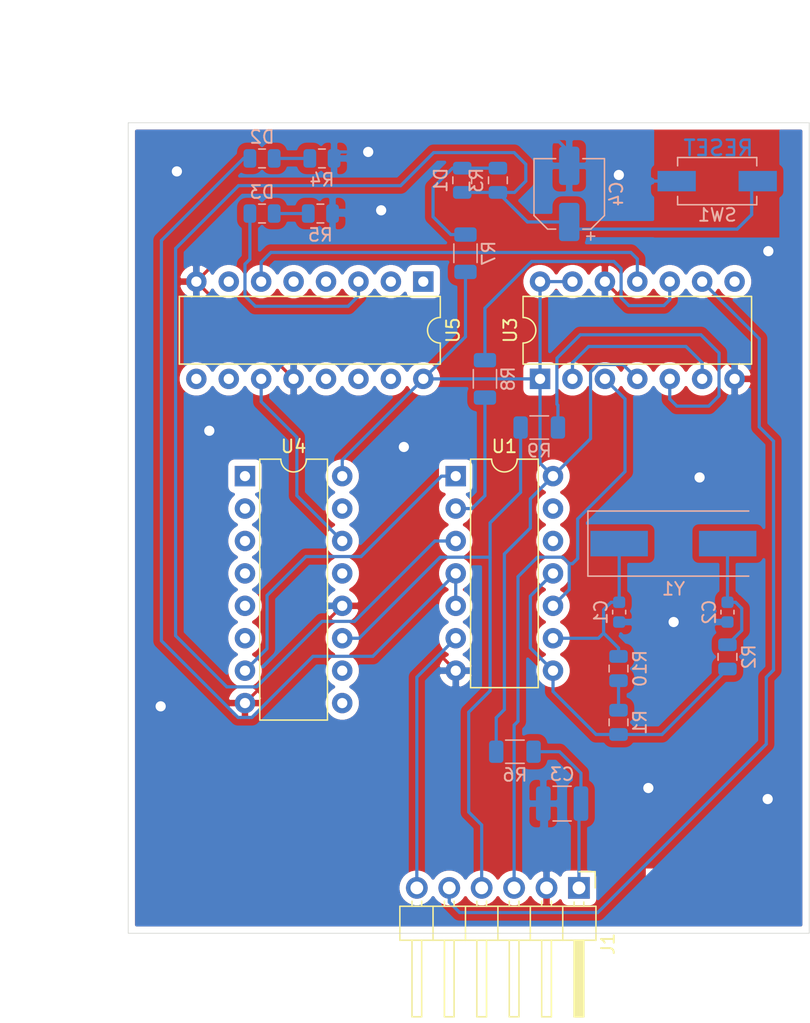
<source format=kicad_pcb>
(kicad_pcb (version 20171130) (host pcbnew "(5.1.7)-1")
  (layers (0 F.Cu signal) (31 B.Cu signal) (34 B.Paste user) (35 F.Paste user) (36 B.SilkS user) (37 F.SilkS user) (38 B.Mask user) (39 F.Mask user) (44 Edge.Cuts user))
  (net 0 "")
  (net 1 GND)
  (net 2 "Net-(C1-Pad1)")
  (net 3 "Net-(C2-Pad1)")
  (net 4 +5V)
  (net 5 "Net-(C4-Pad1)")
  (net 6 "Net-(D2-Pad2)")
  (net 7 "Net-(D2-Pad1)")
  (net 8 "Net-(D3-Pad1)")
  (net 9 "Net-(D3-Pad2)")
  (net 10 /CLK)
  (net 11 /CLK2)
  (net 12 /~INT)
  (net 13 /~RESET)
  (net 14 "Net-(R1-Pad1)")
  (net 15 "Net-(U3-Pad2)")
  (net 16 "Net-(U3-Pad11)")
  (net 17 "Net-(U4-Pad14)")
  (net 18 "Net-(U1-Pad1)")
  (net 19 /INT_SET)
  (net 20 "Net-(R1-Pad2)")
  (module Button_Switch_SMD:SW_SPST_EVQPE1 (layer B.Cu) (at 175.674 84.582)
    (fp_text reference SW1 (at 0 2.65) (layer B.SilkS) (effects (justify mirror)))
    (fp_text value SW_MEC_5G)
    (fp_line (start 3.1 1.85) (end 3.1 1.2) (layer B.SilkS) (width 0.12))
    (fp_line (start 3.1 -1.85) (end 3.1 -1.2) (layer B.SilkS) (width 0.12))
    (fp_line (start -3.1 -1.2) (end -3.1 -1.85) (layer B.SilkS) (width 0.12))
    (fp_line (start -3.1 1.85) (end -3.1 1.2) (layer B.SilkS) (width 0.12))
    (fp_line (start 3.1 1.85) (end -3.1 1.85) (layer B.SilkS) (width 0.12))
    (fp_line (start -3.1 -1.85) (end 3.1 -1.85) (layer B.SilkS) (width 0.12))
    (pad 2 smd rect (at 3.175 0) (size 3 1.6) (layers B.Cu B.Paste B.Mask) (net 5 "Net-(C4-Pad1)"))
    (pad 1 smd rect (at -3.175 0) (size 3 1.6) (layers B.Cu B.Paste B.Mask) (net 1 GND))
  )
  (module Capacitor_SMD:CP_Elec_5x3 (layer B.Cu) (at 164.084 85.5824 90)
    (fp_text reference C4 (at 0 3.7 90) (layer B.SilkS) (effects (justify mirror)))
    (fp_text value 50u)
    (fp_line (start 2.76 -2.76) (end 2.76 -1.06) (layer B.SilkS) (width 0.12))
    (fp_line (start 2.76 2.76) (end 2.76 1.06) (layer B.SilkS) (width 0.12))
    (fp_line (start -1.695563 2.76) (end 2.76 2.76) (layer B.SilkS) (width 0.12))
    (fp_line (start -1.695563 -2.76) (end 2.76 -2.76) (layer B.SilkS) (width 0.12))
    (fp_line (start -2.76 -1.695563) (end -2.76 -1.06) (layer B.SilkS) (width 0.12))
    (fp_line (start -2.76 1.695563) (end -2.76 1.06) (layer B.SilkS) (width 0.12))
    (fp_line (start -2.76 1.695563) (end -1.695563 2.76) (layer B.SilkS) (width 0.12))
    (fp_line (start -2.76 -1.695563) (end -1.695563 -2.76) (layer B.SilkS) (width 0.12))
    (fp_line (start -3.625 1.685) (end -3 1.685) (layer B.SilkS) (width 0.12))
    (fp_line (start -3.3125 1.9975) (end -3.3125 1.3725) (layer B.SilkS) (width 0.12))
    (pad 1 smd roundrect (at -2.2 0 90) (size 3 1.6) (layers B.Cu B.Paste B.Mask) (roundrect_rratio 0.15625) (net 5 "Net-(C4-Pad1)"))
    (pad 2 smd roundrect (at 2.2 0 90) (size 3 1.6) (layers B.Cu B.Paste B.Mask) (roundrect_rratio 0.15625) (net 1 GND))
  )
  (module Resistor_SMD:R_1206_3216Metric (layer B.Cu) (at 161.7365 103.886)
    (fp_text reference R9 (at 0 1.82) (layer B.SilkS) (effects (justify mirror)))
    (fp_text value 0R)
    (fp_line (start -0.727064 0.91) (end 0.727064 0.91) (layer B.SilkS) (width 0.12))
    (fp_line (start -0.727064 -0.91) (end 0.727064 -0.91) (layer B.SilkS) (width 0.12))
    (pad 1 smd roundrect (at -1.4625 0) (size 1.125 1.75) (layers B.Cu B.Paste B.Mask) (roundrect_rratio 0.222222) (net 11 /CLK2))
    (pad 2 smd roundrect (at 1.4625 0) (size 1.125 1.75) (layers B.Cu B.Paste B.Mask) (roundrect_rratio 0.222222) (net 11 /CLK2))
  )
  (module Capacitor_SMD:C_0805_2012Metric (layer B.Cu) (at 144.714 82.804)
    (fp_text reference R4 (at 0 1.68) (layer B.SilkS) (effects (justify mirror)))
    (fp_text value 2.2k)
    (fp_line (start -0.261252 0.735) (end 0.261252 0.735) (layer B.SilkS) (width 0.12))
    (fp_line (start -0.261252 -0.735) (end 0.261252 -0.735) (layer B.SilkS) (width 0.12))
    (pad 1 smd roundrect (at -0.95 0) (size 1 1.45) (layers B.Cu B.Paste B.Mask) (net 7 "Net-(D2-Pad1)"))
    (pad 2 smd roundrect (at 0.95 0) (size 1 1.45) (layers B.Cu B.Paste B.Mask) (net 1 GND))
  )
  (module Capacitor_SMD:C_0805_2012Metric (layer B.Cu) (at 140.02 82.804 180)
    (fp_text reference D2 (at 0 1.68) (layer B.SilkS) (effects (justify mirror)))
    (fp_text value LED)
    (fp_line (start -0.261252 -0.735) (end 0.261252 -0.735) (layer B.SilkS) (width 0.12))
    (fp_line (start -0.261252 0.735) (end 0.261252 0.735) (layer B.SilkS) (width 0.12))
    (pad 2 smd roundrect (at 0.95 0 180) (size 1 1.45) (layers B.Cu B.Paste B.Mask) (net 6 "Net-(D2-Pad2)"))
    (pad 1 smd roundrect (at -0.95 0 180) (size 1 1.45) (layers B.Cu B.Paste B.Mask) (net 7 "Net-(D2-Pad1)"))
  )
  (module Package_DIP:DIP-16_W7.62mm (layer F.Cu) (at 138.684 107.696)
    (fp_text reference U4 (at 3.81 -2.33) (layer F.SilkS))
    (fp_text value CD4060)
    (fp_line (start 6.46 -1.33) (end 4.81 -1.33) (layer F.SilkS) (width 0.12))
    (fp_line (start 6.46 19.11) (end 6.46 -1.33) (layer F.SilkS) (width 0.12))
    (fp_line (start 1.16 19.11) (end 6.46 19.11) (layer F.SilkS) (width 0.12))
    (fp_line (start 1.16 -1.33) (end 1.16 19.11) (layer F.SilkS) (width 0.12))
    (fp_line (start 2.81 -1.33) (end 1.16 -1.33) (layer F.SilkS) (width 0.12))
    (fp_arc (start 3.81 -1.33) (end 2.81 -1.33) (angle -180) (layer F.SilkS) (width 0.12))
    (pad 16 thru_hole oval (at 7.62 0) (size 1.6 1.6) (drill 0.8) (layers *.Cu *.Mask) (net 4 +5V))
    (pad 8 thru_hole oval (at 0 17.78) (size 1.6 1.6) (drill 0.8) (layers *.Cu *.Mask) (net 1 GND))
    (pad 15 thru_hole oval (at 7.62 2.54) (size 1.6 1.6) (drill 0.8) (layers *.Cu *.Mask))
    (pad 7 thru_hole oval (at 0 15.24) (size 1.6 1.6) (drill 0.8) (layers *.Cu *.Mask) (net 18 "Net-(U1-Pad1)"))
    (pad 14 thru_hole oval (at 7.62 5.08) (size 1.6 1.6) (drill 0.8) (layers *.Cu *.Mask) (net 17 "Net-(U4-Pad14)"))
    (pad 6 thru_hole oval (at 0 12.7) (size 1.6 1.6) (drill 0.8) (layers *.Cu *.Mask))
    (pad 13 thru_hole oval (at 7.62 7.62) (size 1.6 1.6) (drill 0.8) (layers *.Cu *.Mask))
    (pad 5 thru_hole oval (at 0 10.16) (size 1.6 1.6) (drill 0.8) (layers *.Cu *.Mask))
    (pad 12 thru_hole oval (at 7.62 10.16) (size 1.6 1.6) (drill 0.8) (layers *.Cu *.Mask) (net 1 GND))
    (pad 4 thru_hole oval (at 0 7.62) (size 1.6 1.6) (drill 0.8) (layers *.Cu *.Mask))
    (pad 11 thru_hole oval (at 7.62 12.7) (size 1.6 1.6) (drill 0.8) (layers *.Cu *.Mask) (net 11 /CLK2))
    (pad 3 thru_hole oval (at 0 5.08) (size 1.6 1.6) (drill 0.8) (layers *.Cu *.Mask))
    (pad 10 thru_hole oval (at 7.62 15.24) (size 1.6 1.6) (drill 0.8) (layers *.Cu *.Mask))
    (pad 2 thru_hole oval (at 0 2.54) (size 1.6 1.6) (drill 0.8) (layers *.Cu *.Mask))
    (pad 9 thru_hole oval (at 7.62 17.78) (size 1.6 1.6) (drill 0.8) (layers *.Cu *.Mask))
    (pad 1 thru_hole rect (at 0 0) (size 1.6 1.6) (drill 0.8) (layers *.Cu *.Mask))
  )
  (module Package_DIP:DIP-16_W7.62mm (layer F.Cu) (at 152.654 92.456 270)
    (fp_text reference U5 (at 3.81 -2.33 90) (layer F.SilkS))
    (fp_text value CD4060)
    (fp_line (start 2.81 -1.33) (end 1.16 -1.33) (layer F.SilkS) (width 0.12))
    (fp_line (start 1.16 -1.33) (end 1.16 19.11) (layer F.SilkS) (width 0.12))
    (fp_line (start 1.16 19.11) (end 6.46 19.11) (layer F.SilkS) (width 0.12))
    (fp_line (start 6.46 19.11) (end 6.46 -1.33) (layer F.SilkS) (width 0.12))
    (fp_line (start 6.46 -1.33) (end 4.81 -1.33) (layer F.SilkS) (width 0.12))
    (fp_arc (start 3.81 -1.33) (end 2.81 -1.33) (angle -180) (layer F.SilkS) (width 0.12))
    (pad 1 thru_hole rect (at 0 0 270) (size 1.6 1.6) (drill 0.8) (layers *.Cu *.Mask))
    (pad 9 thru_hole oval (at 7.62 17.78 270) (size 1.6 1.6) (drill 0.8) (layers *.Cu *.Mask))
    (pad 2 thru_hole oval (at 0 2.54 270) (size 1.6 1.6) (drill 0.8) (layers *.Cu *.Mask))
    (pad 10 thru_hole oval (at 7.62 15.24 270) (size 1.6 1.6) (drill 0.8) (layers *.Cu *.Mask))
    (pad 3 thru_hole oval (at 0 5.08 270) (size 1.6 1.6) (drill 0.8) (layers *.Cu *.Mask) (net 9 "Net-(D3-Pad2)"))
    (pad 11 thru_hole oval (at 7.62 12.7 270) (size 1.6 1.6) (drill 0.8) (layers *.Cu *.Mask) (net 17 "Net-(U4-Pad14)"))
    (pad 4 thru_hole oval (at 0 7.62 270) (size 1.6 1.6) (drill 0.8) (layers *.Cu *.Mask))
    (pad 12 thru_hole oval (at 7.62 10.16 270) (size 1.6 1.6) (drill 0.8) (layers *.Cu *.Mask) (net 1 GND))
    (pad 5 thru_hole oval (at 0 10.16 270) (size 1.6 1.6) (drill 0.8) (layers *.Cu *.Mask))
    (pad 13 thru_hole oval (at 7.62 7.62 270) (size 1.6 1.6) (drill 0.8) (layers *.Cu *.Mask))
    (pad 6 thru_hole oval (at 0 12.7 270) (size 1.6 1.6) (drill 0.8) (layers *.Cu *.Mask) (net 16 "Net-(U3-Pad11)"))
    (pad 14 thru_hole oval (at 7.62 5.08 270) (size 1.6 1.6) (drill 0.8) (layers *.Cu *.Mask))
    (pad 7 thru_hole oval (at 0 15.24 270) (size 1.6 1.6) (drill 0.8) (layers *.Cu *.Mask))
    (pad 15 thru_hole oval (at 7.62 2.54 270) (size 1.6 1.6) (drill 0.8) (layers *.Cu *.Mask))
    (pad 8 thru_hole oval (at 0 17.78 270) (size 1.6 1.6) (drill 0.8) (layers *.Cu *.Mask) (net 1 GND))
    (pad 16 thru_hole oval (at 7.62 0 270) (size 1.6 1.6) (drill 0.8) (layers *.Cu *.Mask) (net 4 +5V))
  )
  (module Capacitor_SMD:C_0603_1608Metric (layer B.Cu) (at 167.9956 118.351 270)
    (fp_text reference C1 (at 0 1.43 90) (layer B.SilkS) (effects (justify mirror)))
    (fp_text value 22p)
    (fp_line (start -0.14058 -0.51) (end 0.14058 -0.51) (layer B.SilkS) (width 0.12))
    (fp_line (start -0.14058 0.51) (end 0.14058 0.51) (layer B.SilkS) (width 0.12))
    (pad 2 smd roundrect (at 0.775 0 270) (size 0.9 0.95) (layers B.Cu B.Paste B.Mask) (net 1 GND))
    (pad 1 smd roundrect (at -0.775 0 270) (size 0.9 0.95) (layers B.Cu B.Paste B.Mask) (net 2 "Net-(C1-Pad1)"))
  )
  (module Capacitor_SMD:C_0603_1608Metric (layer B.Cu) (at 176.4792 118.351 270)
    (fp_text reference C2 (at 0 1.43 90) (layer B.SilkS) (effects (justify mirror)))
    (fp_text value 22p)
    (fp_line (start -0.14058 0.51) (end 0.14058 0.51) (layer B.SilkS) (width 0.12))
    (fp_line (start -0.14058 -0.51) (end 0.14058 -0.51) (layer B.SilkS) (width 0.12))
    (pad 1 smd roundrect (at -0.775 0 270) (size 0.9 0.95) (layers B.Cu B.Paste B.Mask) (net 3 "Net-(C2-Pad1)"))
    (pad 2 smd roundrect (at 0.775 0 270) (size 0.9 0.95) (layers B.Cu B.Paste B.Mask) (net 1 GND))
  )
  (module Capacitor_SMD:C_1210_3225Metric (layer B.Cu) (at 163.527 133.35 180)
    (fp_text reference C3 (at 0 2.3) (layer B.SilkS) (effects (justify mirror)))
    (fp_text value CP)
    (fp_line (start -0.711252 1.36) (end 0.711252 1.36) (layer B.SilkS) (width 0.12))
    (fp_line (start -0.711252 -1.36) (end 0.711252 -1.36) (layer B.SilkS) (width 0.12))
    (pad 1 smd roundrect (at -1.475 0 180) (size 1.15 2.7) (layers B.Cu B.Paste B.Mask) (roundrect_rratio 0.217391) (net 4 +5V))
    (pad 2 smd roundrect (at 1.475 0 180) (size 1.15 2.7) (layers B.Cu B.Paste B.Mask) (roundrect_rratio 0.217391) (net 1 GND))
  )
  (module Capacitor_SMD:C_0805_2012Metric (layer B.Cu) (at 155.702 84.516 270)
    (fp_text reference D1 (at 0 1.68 90) (layer B.SilkS) (effects (justify mirror)))
    (fp_text value D)
    (fp_line (start -0.261252 0.735) (end 0.261252 0.735) (layer B.SilkS) (width 0.12))
    (fp_line (start -0.261252 -0.735) (end 0.261252 -0.735) (layer B.SilkS) (width 0.12))
    (pad 1 smd roundrect (at -0.95 0 270) (size 1 1.45) (layers B.Cu B.Paste B.Mask) (net 4 +5V))
    (pad 2 smd roundrect (at 0.95 0 270) (size 1 1.45) (layers B.Cu B.Paste B.Mask) (net 5 "Net-(C4-Pad1)"))
  )
  (module Capacitor_SMD:C_0805_2012Metric (layer B.Cu) (at 140.02 87.122 180)
    (fp_text reference D3 (at 0 1.68) (layer B.SilkS) (effects (justify mirror)))
    (fp_text value LED)
    (fp_line (start -0.261252 0.735) (end 0.261252 0.735) (layer B.SilkS) (width 0.12))
    (fp_line (start -0.261252 -0.735) (end 0.261252 -0.735) (layer B.SilkS) (width 0.12))
    (pad 1 smd roundrect (at -0.95 0 180) (size 1 1.45) (layers B.Cu B.Paste B.Mask) (net 8 "Net-(D3-Pad1)"))
    (pad 2 smd roundrect (at 0.95 0 180) (size 1 1.45) (layers B.Cu B.Paste B.Mask) (net 9 "Net-(D3-Pad2)"))
  )
  (module Capacitor_SMD:C_0805_2012Metric (layer B.Cu) (at 167.9448 126.9848 90)
    (fp_text reference R1 (at 0 1.68 90) (layer B.SilkS) (effects (justify mirror)))
    (fp_text value 1M)
    (fp_line (start -0.261252 -0.735) (end 0.261252 -0.735) (layer B.SilkS) (width 0.12))
    (fp_line (start -0.261252 0.735) (end 0.261252 0.735) (layer B.SilkS) (width 0.12))
    (pad 2 smd roundrect (at 0.95 0 90) (size 1 1.45) (layers B.Cu B.Paste B.Mask) (net 20 "Net-(R1-Pad2)"))
    (pad 1 smd roundrect (at -0.95 0 90) (size 1 1.45) (layers B.Cu B.Paste B.Mask) (net 14 "Net-(R1-Pad1)"))
  )
  (module Capacitor_SMD:C_0805_2012Metric (layer B.Cu) (at 176.4792 121.854 90)
    (fp_text reference R2 (at 0 1.68 90) (layer B.SilkS) (effects (justify mirror)))
    (fp_text value R)
    (fp_line (start -0.261252 0.735) (end 0.261252 0.735) (layer B.SilkS) (width 0.12))
    (fp_line (start -0.261252 -0.735) (end 0.261252 -0.735) (layer B.SilkS) (width 0.12))
    (pad 1 smd roundrect (at -0.95 0 90) (size 1 1.45) (layers B.Cu B.Paste B.Mask) (net 14 "Net-(R1-Pad1)"))
    (pad 2 smd roundrect (at 0.95 0 90) (size 1 1.45) (layers B.Cu B.Paste B.Mask) (net 3 "Net-(C2-Pad1)"))
  )
  (module Capacitor_SMD:C_0805_2012Metric (layer B.Cu) (at 158.496 84.516 270)
    (fp_text reference R3 (at 0 1.68 90) (layer B.SilkS) (effects (justify mirror)))
    (fp_text value 100k)
    (fp_line (start -0.261252 -0.735) (end 0.261252 -0.735) (layer B.SilkS) (width 0.12))
    (fp_line (start -0.261252 0.735) (end 0.261252 0.735) (layer B.SilkS) (width 0.12))
    (pad 2 smd roundrect (at 0.95 0 270) (size 1 1.45) (layers B.Cu B.Paste B.Mask) (net 5 "Net-(C4-Pad1)"))
    (pad 1 smd roundrect (at -0.95 0 270) (size 1 1.45) (layers B.Cu B.Paste B.Mask) (net 4 +5V))
  )
  (module Capacitor_SMD:C_0805_2012Metric (layer B.Cu) (at 144.592 87.122)
    (fp_text reference R5 (at 0 1.68) (layer B.SilkS) (effects (justify mirror)))
    (fp_text value 2.2k)
    (fp_line (start -0.261252 -0.735) (end 0.261252 -0.735) (layer B.SilkS) (width 0.12))
    (fp_line (start -0.261252 0.735) (end 0.261252 0.735) (layer B.SilkS) (width 0.12))
    (pad 2 smd roundrect (at 0.95 0) (size 1 1.45) (layers B.Cu B.Paste B.Mask) (net 1 GND))
    (pad 1 smd roundrect (at -0.95 0) (size 1 1.45) (layers B.Cu B.Paste B.Mask) (net 8 "Net-(D3-Pad1)"))
  )
  (module Package_DIP:DIP-14_W7.62mm (layer F.Cu) (at 155.194 107.696)
    (fp_text reference U1 (at 3.81 -2.33) (layer F.SilkS))
    (fp_text value 74HC14)
    (fp_line (start 6.46 -1.33) (end 4.81 -1.33) (layer F.SilkS) (width 0.12))
    (fp_line (start 6.46 16.57) (end 6.46 -1.33) (layer F.SilkS) (width 0.12))
    (fp_line (start 1.16 16.57) (end 6.46 16.57) (layer F.SilkS) (width 0.12))
    (fp_line (start 1.16 -1.33) (end 1.16 16.57) (layer F.SilkS) (width 0.12))
    (fp_line (start 2.81 -1.33) (end 1.16 -1.33) (layer F.SilkS) (width 0.12))
    (fp_arc (start 3.81 -1.33) (end 2.81 -1.33) (angle -180) (layer F.SilkS) (width 0.12))
    (pad 14 thru_hole oval (at 7.62 0) (size 1.6 1.6) (drill 0.8) (layers *.Cu *.Mask) (net 4 +5V))
    (pad 7 thru_hole oval (at 0 15.24) (size 1.6 1.6) (drill 0.8) (layers *.Cu *.Mask) (net 1 GND))
    (pad 13 thru_hole oval (at 7.62 2.54) (size 1.6 1.6) (drill 0.8) (layers *.Cu *.Mask))
    (pad 6 thru_hole oval (at 0 12.7) (size 1.6 1.6) (drill 0.8) (layers *.Cu *.Mask) (net 13 /~RESET))
    (pad 12 thru_hole oval (at 7.62 5.08) (size 1.6 1.6) (drill 0.8) (layers *.Cu *.Mask))
    (pad 5 thru_hole oval (at 0 10.16) (size 1.6 1.6) (drill 0.8) (layers *.Cu *.Mask) (net 6 "Net-(D2-Pad2)"))
    (pad 11 thru_hole oval (at 7.62 7.62) (size 1.6 1.6) (drill 0.8) (layers *.Cu *.Mask) (net 14 "Net-(R1-Pad1)"))
    (pad 4 thru_hole oval (at 0 7.62) (size 1.6 1.6) (drill 0.8) (layers *.Cu *.Mask) (net 6 "Net-(D2-Pad2)"))
    (pad 10 thru_hole oval (at 7.62 10.16) (size 1.6 1.6) (drill 0.8) (layers *.Cu *.Mask) (net 10 /CLK))
    (pad 3 thru_hole oval (at 0 5.08) (size 1.6 1.6) (drill 0.8) (layers *.Cu *.Mask) (net 5 "Net-(C4-Pad1)"))
    (pad 9 thru_hole oval (at 7.62 12.7) (size 1.6 1.6) (drill 0.8) (layers *.Cu *.Mask) (net 2 "Net-(C1-Pad1)"))
    (pad 2 thru_hole oval (at 0 2.54) (size 1.6 1.6) (drill 0.8) (layers *.Cu *.Mask) (net 19 /INT_SET))
    (pad 8 thru_hole oval (at 7.62 15.24) (size 1.6 1.6) (drill 0.8) (layers *.Cu *.Mask) (net 14 "Net-(R1-Pad1)"))
    (pad 1 thru_hole rect (at 0 0) (size 1.6 1.6) (drill 0.8) (layers *.Cu *.Mask) (net 18 "Net-(U1-Pad1)"))
  )
  (module Package_DIP:DIP-14_W7.62mm (layer F.Cu) (at 161.798 100.076 90)
    (fp_text reference U3 (at 3.81 -2.33 90) (layer F.SilkS))
    (fp_text value 74HC74)
    (fp_line (start 2.81 -1.33) (end 1.16 -1.33) (layer F.SilkS) (width 0.12))
    (fp_line (start 1.16 -1.33) (end 1.16 16.57) (layer F.SilkS) (width 0.12))
    (fp_line (start 1.16 16.57) (end 6.46 16.57) (layer F.SilkS) (width 0.12))
    (fp_line (start 6.46 16.57) (end 6.46 -1.33) (layer F.SilkS) (width 0.12))
    (fp_line (start 6.46 -1.33) (end 4.81 -1.33) (layer F.SilkS) (width 0.12))
    (fp_arc (start 3.81 -1.33) (end 2.81 -1.33) (angle -180) (layer F.SilkS) (width 0.12))
    (pad 1 thru_hole rect (at 0 0 90) (size 1.6 1.6) (drill 0.8) (layers *.Cu *.Mask) (net 4 +5V))
    (pad 8 thru_hole oval (at 7.62 15.24 90) (size 1.6 1.6) (drill 0.8) (layers *.Cu *.Mask))
    (pad 2 thru_hole oval (at 0 2.54 90) (size 1.6 1.6) (drill 0.8) (layers *.Cu *.Mask) (net 15 "Net-(U3-Pad2)"))
    (pad 9 thru_hole oval (at 7.62 12.7 90) (size 1.6 1.6) (drill 0.8) (layers *.Cu *.Mask) (net 12 /~INT))
    (pad 3 thru_hole oval (at 0 5.08 90) (size 1.6 1.6) (drill 0.8) (layers *.Cu *.Mask) (net 10 /CLK))
    (pad 10 thru_hole oval (at 7.62 10.16 90) (size 1.6 1.6) (drill 0.8) (layers *.Cu *.Mask) (net 19 /INT_SET))
    (pad 4 thru_hole oval (at 0 7.62 90) (size 1.6 1.6) (drill 0.8) (layers *.Cu *.Mask) (net 4 +5V))
    (pad 11 thru_hole oval (at 7.62 7.62 90) (size 1.6 1.6) (drill 0.8) (layers *.Cu *.Mask) (net 16 "Net-(U3-Pad11)"))
    (pad 5 thru_hole oval (at 0 10.16 90) (size 1.6 1.6) (drill 0.8) (layers *.Cu *.Mask) (net 11 /CLK2))
    (pad 12 thru_hole oval (at 7.62 5.08 90) (size 1.6 1.6) (drill 0.8) (layers *.Cu *.Mask) (net 1 GND))
    (pad 6 thru_hole oval (at 0 12.7 90) (size 1.6 1.6) (drill 0.8) (layers *.Cu *.Mask) (net 15 "Net-(U3-Pad2)"))
    (pad 13 thru_hole oval (at 7.62 2.54 90) (size 1.6 1.6) (drill 0.8) (layers *.Cu *.Mask) (net 4 +5V))
    (pad 7 thru_hole oval (at 0 15.24 90) (size 1.6 1.6) (drill 0.8) (layers *.Cu *.Mask) (net 1 GND))
    (pad 14 thru_hole oval (at 7.62 0 90) (size 1.6 1.6) (drill 0.8) (layers *.Cu *.Mask) (net 4 +5V))
  )
  (module Resistor_SMD:R_1206_3216Metric (layer B.Cu) (at 159.8275 129.286)
    (fp_text reference R6 (at 0 1.82) (layer B.SilkS) (effects (justify mirror)))
    (fp_text value 0R)
    (fp_line (start -0.727064 0.91) (end 0.727064 0.91) (layer B.SilkS) (width 0.12))
    (fp_line (start -0.727064 -0.91) (end 0.727064 -0.91) (layer B.SilkS) (width 0.12))
    (pad 1 smd roundrect (at -1.4625 0) (size 1.125 1.75) (layers B.Cu B.Paste B.Mask) (roundrect_rratio 0.222222) (net 4 +5V))
    (pad 2 smd roundrect (at 1.4625 0) (size 1.125 1.75) (layers B.Cu B.Paste B.Mask) (roundrect_rratio 0.222222) (net 4 +5V))
  )
  (module Resistor_SMD:R_1206_3216Metric (layer B.Cu) (at 155.956 90.2315 90)
    (fp_text reference R7 (at 0 1.82 90) (layer B.SilkS) (effects (justify mirror)))
    (fp_text value 0R)
    (fp_line (start -0.727064 0.91) (end 0.727064 0.91) (layer B.SilkS) (width 0.12))
    (fp_line (start -0.727064 -0.91) (end 0.727064 -0.91) (layer B.SilkS) (width 0.12))
    (pad 1 smd roundrect (at -1.4625 0 90) (size 1.125 1.75) (layers B.Cu B.Paste B.Mask) (roundrect_rratio 0.222222) (net 4 +5V))
    (pad 2 smd roundrect (at 1.4625 0 90) (size 1.125 1.75) (layers B.Cu B.Paste B.Mask) (roundrect_rratio 0.222222) (net 4 +5V))
  )
  (module Resistor_SMD:R_1206_3216Metric (layer B.Cu) (at 157.48 100.076 90)
    (fp_text reference R8 (at 0 1.82 90) (layer B.SilkS) (effects (justify mirror)))
    (fp_text value 0R)
    (fp_line (start -0.727064 0.91) (end 0.727064 0.91) (layer B.SilkS) (width 0.12))
    (fp_line (start -0.727064 -0.91) (end 0.727064 -0.91) (layer B.SilkS) (width 0.12))
    (pad 1 smd roundrect (at -1.4625 0 90) (size 1.125 1.75) (layers B.Cu B.Paste B.Mask) (roundrect_rratio 0.222222) (net 19 /INT_SET))
    (pad 2 smd roundrect (at 1.4625 0 90) (size 1.125 1.75) (layers B.Cu B.Paste B.Mask) (roundrect_rratio 0.222222) (net 19 /INT_SET))
  )
  (module Crystal:Crystal_SMD_HC49-SD (layer B.Cu) (at 172.2456 112.9792)
    (fp_text reference Y1 (at 0 3.55) (layer B.SilkS) (effects (justify mirror)))
    (fp_text value 3.6768MHz)
    (fp_line (start 5.9 2.55) (end -6.7 2.55) (layer B.SilkS) (width 0.12))
    (fp_line (start -6.7 2.55) (end -6.7 -2.55) (layer B.SilkS) (width 0.12))
    (fp_line (start -6.7 -2.55) (end 5.9 -2.55) (layer B.SilkS) (width 0.12))
    (pad 1 smd rect (at -4.25 0) (size 4.5 2) (layers B.Cu B.Paste B.Mask) (net 2 "Net-(C1-Pad1)"))
    (pad 2 smd rect (at 4.25 0) (size 4.5 2) (layers B.Cu B.Paste B.Mask) (net 3 "Net-(C2-Pad1)"))
  )
  (module Connector_PinHeader_2.54mm:PinHeader_1x06_P2.54mm_Horizontal (layer F.Cu) (at 164.846 139.954 270)
    (fp_text reference J1 (at 4.385 -2.27 90) (layer F.SilkS))
    (fp_text value CONN_AUX)
    (fp_line (start 1.44 -1.33) (end 1.44 14.03) (layer F.SilkS) (width 0.12))
    (fp_line (start 1.44 14.03) (end 4.1 14.03) (layer F.SilkS) (width 0.12))
    (fp_line (start 4.1 14.03) (end 4.1 -1.33) (layer F.SilkS) (width 0.12))
    (fp_line (start 4.1 -1.33) (end 1.44 -1.33) (layer F.SilkS) (width 0.12))
    (fp_line (start 4.1 -0.38) (end 10.1 -0.38) (layer F.SilkS) (width 0.12))
    (fp_line (start 10.1 -0.38) (end 10.1 0.38) (layer F.SilkS) (width 0.12))
    (fp_line (start 10.1 0.38) (end 4.1 0.38) (layer F.SilkS) (width 0.12))
    (fp_line (start 4.1 -0.32) (end 10.1 -0.32) (layer F.SilkS) (width 0.12))
    (fp_line (start 4.1 -0.2) (end 10.1 -0.2) (layer F.SilkS) (width 0.12))
    (fp_line (start 4.1 -0.08) (end 10.1 -0.08) (layer F.SilkS) (width 0.12))
    (fp_line (start 4.1 0.04) (end 10.1 0.04) (layer F.SilkS) (width 0.12))
    (fp_line (start 4.1 0.16) (end 10.1 0.16) (layer F.SilkS) (width 0.12))
    (fp_line (start 4.1 0.28) (end 10.1 0.28) (layer F.SilkS) (width 0.12))
    (fp_line (start 1.11 -0.38) (end 1.44 -0.38) (layer F.SilkS) (width 0.12))
    (fp_line (start 1.11 0.38) (end 1.44 0.38) (layer F.SilkS) (width 0.12))
    (fp_line (start 1.44 1.27) (end 4.1 1.27) (layer F.SilkS) (width 0.12))
    (fp_line (start 4.1 2.16) (end 10.1 2.16) (layer F.SilkS) (width 0.12))
    (fp_line (start 10.1 2.16) (end 10.1 2.92) (layer F.SilkS) (width 0.12))
    (fp_line (start 10.1 2.92) (end 4.1 2.92) (layer F.SilkS) (width 0.12))
    (fp_line (start 1.042929 2.16) (end 1.44 2.16) (layer F.SilkS) (width 0.12))
    (fp_line (start 1.042929 2.92) (end 1.44 2.92) (layer F.SilkS) (width 0.12))
    (fp_line (start 1.44 3.81) (end 4.1 3.81) (layer F.SilkS) (width 0.12))
    (fp_line (start 4.1 4.7) (end 10.1 4.7) (layer F.SilkS) (width 0.12))
    (fp_line (start 10.1 4.7) (end 10.1 5.46) (layer F.SilkS) (width 0.12))
    (fp_line (start 10.1 5.46) (end 4.1 5.46) (layer F.SilkS) (width 0.12))
    (fp_line (start 1.042929 4.7) (end 1.44 4.7) (layer F.SilkS) (width 0.12))
    (fp_line (start 1.042929 5.46) (end 1.44 5.46) (layer F.SilkS) (width 0.12))
    (fp_line (start 1.44 6.35) (end 4.1 6.35) (layer F.SilkS) (width 0.12))
    (fp_line (start 4.1 7.24) (end 10.1 7.24) (layer F.SilkS) (width 0.12))
    (fp_line (start 10.1 7.24) (end 10.1 8) (layer F.SilkS) (width 0.12))
    (fp_line (start 10.1 8) (end 4.1 8) (layer F.SilkS) (width 0.12))
    (fp_line (start 1.042929 7.24) (end 1.44 7.24) (layer F.SilkS) (width 0.12))
    (fp_line (start 1.042929 8) (end 1.44 8) (layer F.SilkS) (width 0.12))
    (fp_line (start 1.44 8.89) (end 4.1 8.89) (layer F.SilkS) (width 0.12))
    (fp_line (start 4.1 9.78) (end 10.1 9.78) (layer F.SilkS) (width 0.12))
    (fp_line (start 10.1 9.78) (end 10.1 10.54) (layer F.SilkS) (width 0.12))
    (fp_line (start 10.1 10.54) (end 4.1 10.54) (layer F.SilkS) (width 0.12))
    (fp_line (start 1.042929 9.78) (end 1.44 9.78) (layer F.SilkS) (width 0.12))
    (fp_line (start 1.042929 10.54) (end 1.44 10.54) (layer F.SilkS) (width 0.12))
    (fp_line (start 1.44 11.43) (end 4.1 11.43) (layer F.SilkS) (width 0.12))
    (fp_line (start 4.1 12.32) (end 10.1 12.32) (layer F.SilkS) (width 0.12))
    (fp_line (start 10.1 12.32) (end 10.1 13.08) (layer F.SilkS) (width 0.12))
    (fp_line (start 10.1 13.08) (end 4.1 13.08) (layer F.SilkS) (width 0.12))
    (fp_line (start 1.042929 12.32) (end 1.44 12.32) (layer F.SilkS) (width 0.12))
    (fp_line (start 1.042929 13.08) (end 1.44 13.08) (layer F.SilkS) (width 0.12))
    (fp_line (start -1.27 0) (end -1.27 -1.27) (layer F.SilkS) (width 0.12))
    (fp_line (start -1.27 -1.27) (end 0 -1.27) (layer F.SilkS) (width 0.12))
    (pad 1 thru_hole rect (at 0 0 270) (size 1.7 1.7) (drill 1) (layers *.Cu *.Mask) (net 4 +5V))
    (pad 2 thru_hole oval (at 0 2.54 270) (size 1.7 1.7) (drill 1) (layers *.Cu *.Mask) (net 1 GND))
    (pad 3 thru_hole oval (at 0 5.08 270) (size 1.7 1.7) (drill 1) (layers *.Cu *.Mask) (net 10 /CLK))
    (pad 4 thru_hole oval (at 0 7.62 270) (size 1.7 1.7) (drill 1) (layers *.Cu *.Mask) (net 11 /CLK2))
    (pad 5 thru_hole oval (at 0 10.16 270) (size 1.7 1.7) (drill 1) (layers *.Cu *.Mask) (net 12 /~INT))
    (pad 6 thru_hole oval (at 0 12.7 270) (size 1.7 1.7) (drill 1) (layers *.Cu *.Mask) (net 13 /~RESET))
  )
  (module Capacitor_SMD:C_0805_2012Metric (layer B.Cu) (at 167.9448 122.7684 90)
    (fp_text reference R10 (at 0 1.68 90) (layer B.SilkS) (effects (justify mirror)))
    (fp_text value 0R)
    (fp_line (start -0.261252 -0.735) (end 0.261252 -0.735) (layer B.SilkS) (width 0.12))
    (fp_line (start -0.261252 0.735) (end 0.261252 0.735) (layer B.SilkS) (width 0.12))
    (pad 1 smd roundrect (at -0.95 0 90) (size 1 1.45) (layers B.Cu B.Paste B.Mask) (net 20 "Net-(R1-Pad2)"))
    (pad 2 smd roundrect (at 0.95 0 90) (size 1 1.45) (layers B.Cu B.Paste B.Mask) (net 2 "Net-(C1-Pad1)"))
  )
  (gr_text "CLK GND 5V" (at 175.26 139.7) (layer F.Cu) (effects (font (size 1 1))))
  (gr_text "~RST~  ~INT~ CLK2" (at 140.1572 139.5476) (layer F.Cu) (effects (font (size 1 1))))
  (gr_line (start 129.54 143.51) (end 129.54 80.01) (layer Edge.Cuts) (width 0.05))
  (gr_line (start 182.88 143.51) (end 129.54 143.51) (layer Edge.Cuts) (width 0.05))
  (gr_line (start 182.88 80.01) (end 182.88 143.51) (layer Edge.Cuts) (width 0.05))
  (gr_line (start 129.54 80.01) (end 182.88 80.01) (layer Edge.Cuts) (width 0.05))
  (gr_text RESET (at 175.768 81.9912) (layer B.Cu) (effects (font (size 1.2 1.2) (thickness 0.2)) (justify mirror)))
  (gr_text "ZX clock rev.B.\n20210301" (at 132.08 132.08) (layer F.Cu) (effects (font (size 1.5 1.5) (thickness 0.3)) (justify left)))
  (segment (start 162.306 133.604) (end 162.052 133.35) (width 0.25) (layer B.Cu) (net 1))
  (segment (start 162.306 139.954) (end 162.306 133.604) (width 0.25) (layer B.Cu) (net 1))
  (segment (start 166.878 92.456) (end 170.688 96.266) (width 0.25) (layer F.Cu) (net 1))
  (segment (start 170.688 96.266) (end 173.99 96.266) (width 0.25) (layer F.Cu) (net 1))
  (segment (start 177.038 99.314) (end 177.038 100.076) (width 0.25) (layer F.Cu) (net 1))
  (segment (start 173.99 96.266) (end 177.038 99.314) (width 0.25) (layer F.Cu) (net 1))
  (segment (start 142.494 100.076) (end 134.874 92.456) (width 0.25) (layer F.Cu) (net 1))
  (segment (start 155.194 122.936) (end 155.194 130.556) (width 0.25) (layer F.Cu) (net 1))
  (segment (start 162.306 137.668) (end 162.306 139.954) (width 0.25) (layer F.Cu) (net 1))
  (segment (start 155.194 130.556) (end 162.306 137.668) (width 0.25) (layer F.Cu) (net 1))
  (segment (start 138.684 125.476) (end 146.304 117.856) (width 0.25) (layer F.Cu) (net 1))
  (segment (start 150.114 117.856) (end 155.194 122.936) (width 0.25) (layer F.Cu) (net 1))
  (segment (start 146.304 117.856) (end 150.114 117.856) (width 0.25) (layer F.Cu) (net 1))
  (segment (start 134.874 92.456) (end 138.176 89.154) (width 0.25) (layer F.Cu) (net 1))
  (via (at 149.352 86.868) (size 1.6) (drill 0.8) (layers F.Cu B.Cu) (net 1))
  (segment (start 138.176 89.154) (end 147.066 89.154) (width 0.25) (layer F.Cu) (net 1))
  (segment (start 145.796 86.868) (end 145.542 87.122) (width 0.25) (layer B.Cu) (net 1))
  (segment (start 149.352 86.868) (end 145.796 86.868) (width 0.25) (layer B.Cu) (net 1))
  (segment (start 147.193 83.439) (end 148.336 82.296) (width 0.25) (layer F.Cu) (net 1))
  (segment (start 147.193 89.027) (end 147.193 83.439) (width 0.25) (layer F.Cu) (net 1))
  (via (at 148.336 82.296) (size 1.6) (drill 0.8) (layers F.Cu B.Cu) (net 1))
  (segment (start 147.066 89.154) (end 147.193 89.027) (width 0.25) (layer F.Cu) (net 1))
  (segment (start 147.193 89.027) (end 149.352 86.868) (width 0.25) (layer F.Cu) (net 1))
  (segment (start 146.172 82.296) (end 145.664 82.804) (width 0.25) (layer B.Cu) (net 1))
  (segment (start 148.336 82.296) (end 146.172 82.296) (width 0.25) (layer B.Cu) (net 1))
  (segment (start 163.284001 81.496001) (end 164.084 82.296) (width 0.25) (layer B.Cu) (net 1))
  (segment (start 149.135999 81.496001) (end 163.284001 81.496001) (width 0.25) (layer B.Cu) (net 1))
  (segment (start 148.336 82.296) (end 149.135999 81.496001) (width 0.25) (layer B.Cu) (net 1))
  (segment (start 146.304 117.856) (end 145.034 117.856) (width 0.25) (layer F.Cu) (net 1))
  (segment (start 142.494 115.316) (end 142.494 100.076) (width 0.25) (layer F.Cu) (net 1))
  (segment (start 145.034 117.856) (end 142.494 115.316) (width 0.25) (layer F.Cu) (net 1))
  (via (at 151.13 105.41) (size 1.6) (drill 0.8) (layers F.Cu B.Cu) (net 1))
  (via (at 132.08 125.73) (size 1.6) (drill 0.8) (layers F.Cu B.Cu) (net 1))
  (via (at 133.35 83.82) (size 1.6) (drill 0.8) (layers F.Cu B.Cu) (net 1))
  (via (at 135.89 104.14) (size 1.6) (drill 0.8) (layers F.Cu B.Cu) (net 1))
  (segment (start 162.306 139.954) (end 162.306 137.7696) (width 0.25) (layer F.Cu) (net 1))
  (via (at 172.2628 119.126) (size 1.6) (drill 0.8) (layers F.Cu B.Cu) (net 1))
  (segment (start 172.2628 127.8128) (end 172.2628 119.126) (width 0.25) (layer F.Cu) (net 1))
  (segment (start 172.2628 119.126) (end 176.4792 119.126) (width 0.25) (layer B.Cu) (net 1))
  (segment (start 162.306 137.7696) (end 172.2628 127.8128) (width 0.25) (layer F.Cu) (net 1))
  (segment (start 167.9956 119.126) (end 172.2628 119.126) (width 0.25) (layer B.Cu) (net 1))
  (segment (start 177.038 100.076) (end 177.038 105.0544) (width 0.25) (layer F.Cu) (net 1))
  (segment (start 172.2628 109.8296) (end 172.2628 119.126) (width 0.25) (layer F.Cu) (net 1))
  (segment (start 177.038 105.0544) (end 174.2948 107.7976) (width 0.25) (layer F.Cu) (net 1))
  (via (at 179.6796 90.0684) (size 1.6) (drill 0.8) (layers F.Cu B.Cu) (net 1))
  (via (at 179.6288 132.9944) (size 1.6) (drill 0.8) (layers F.Cu B.Cu) (net 1))
  (via (at 170.2816 132.1308) (size 1.6) (drill 0.8) (layers F.Cu B.Cu) (net 1))
  (segment (start 172.499 84.582) (end 168.4528 84.582) (width 0.25) (layer B.Cu) (net 1))
  (segment (start 167.2532 83.3824) (end 164.084 83.3824) (width 0.25) (layer B.Cu) (net 1))
  (segment (start 168.4528 84.582) (end 167.9702 84.0994) (width 0.25) (layer B.Cu) (net 1))
  (segment (start 167.9702 84.0994) (end 167.2532 83.3824) (width 0.25) (layer B.Cu) (net 1))
  (via (at 167.9702 84.0994) (size 1.6) (drill 0.8) (layers F.Cu B.Cu) (net 1))
  (segment (start 174.2948 107.7976) (end 172.2628 109.8296) (width 0.25) (layer F.Cu) (net 1))
  (via (at 174.2948 107.7976) (size 1.6) (drill 0.8) (layers F.Cu B.Cu) (net 1))
  (segment (start 163.322 120.904) (end 162.814 120.396) (width 0.25) (layer B.Cu) (net 2))
  (segment (start 167.9956 117.576) (end 167.9956 112.9792) (width 0.25) (layer B.Cu) (net 2))
  (segment (start 166.7764 118.1608) (end 167.3612 117.576) (width 0.25) (layer B.Cu) (net 2))
  (segment (start 166.7764 119.9896) (end 166.7764 118.1608) (width 0.25) (layer B.Cu) (net 2))
  (segment (start 167.9448 121.158) (end 166.7764 119.9896) (width 0.25) (layer B.Cu) (net 2))
  (segment (start 167.3612 117.576) (end 167.9956 117.576) (width 0.25) (layer B.Cu) (net 2))
  (segment (start 167.9448 121.8184) (end 167.9448 121.158) (width 0.25) (layer B.Cu) (net 2))
  (segment (start 166.37 120.396) (end 166.7764 119.9896) (width 0.25) (layer B.Cu) (net 2))
  (segment (start 162.814 120.396) (end 166.37 120.396) (width 0.25) (layer B.Cu) (net 2))
  (segment (start 176.4792 117.576) (end 177.1136 117.576) (width 0.25) (layer B.Cu) (net 3))
  (segment (start 177.1136 117.576) (end 177.5968 118.0592) (width 0.25) (layer B.Cu) (net 3))
  (segment (start 177.5968 119.7864) (end 176.4792 120.904) (width 0.25) (layer B.Cu) (net 3))
  (segment (start 177.5968 118.0592) (end 177.5968 119.7864) (width 0.25) (layer B.Cu) (net 3))
  (segment (start 176.4792 112.9956) (end 176.4956 112.9792) (width 0.25) (layer B.Cu) (net 3))
  (segment (start 176.4792 117.576) (end 176.4792 112.9956) (width 0.25) (layer B.Cu) (net 3))
  (segment (start 164.846 133.506) (end 165.002 133.35) (width 0.25) (layer B.Cu) (net 4))
  (segment (start 164.846 139.954) (end 164.846 133.506) (width 0.25) (layer B.Cu) (net 4))
  (segment (start 161.798 92.456) (end 161.798 100.076) (width 0.25) (layer B.Cu) (net 4))
  (segment (start 161.798 92.456) (end 164.338 92.456) (width 0.25) (layer B.Cu) (net 4))
  (segment (start 161.798 100.076) (end 152.654 100.076) (width 0.25) (layer B.Cu) (net 4))
  (segment (start 165.002 133.35) (end 165.002 130.966) (width 0.25) (layer B.Cu) (net 4))
  (segment (start 163.322 129.286) (end 161.29 129.286) (width 0.25) (layer B.Cu) (net 4))
  (segment (start 165.002 130.966) (end 163.322 129.286) (width 0.25) (layer B.Cu) (net 4))
  (segment (start 155.702 83.566) (end 158.496 83.566) (width 0.25) (layer B.Cu) (net 4))
  (segment (start 158.365 129.286) (end 158.365 126.623) (width 0.25) (layer B.Cu) (net 4))
  (segment (start 158.365 126.623) (end 159.004 125.984) (width 0.25) (layer B.Cu) (net 4))
  (segment (start 159.004 125.984) (end 159.004 113.792) (width 0.25) (layer B.Cu) (net 4))
  (segment (start 159.004 113.792) (end 161.036 111.76) (width 0.25) (layer B.Cu) (net 4))
  (segment (start 161.036 109.474) (end 162.814 107.696) (width 0.25) (layer B.Cu) (net 4))
  (segment (start 161.036 111.76) (end 161.036 109.474) (width 0.25) (layer B.Cu) (net 4))
  (segment (start 146.304 106.426) (end 152.654 100.076) (width 0.25) (layer B.Cu) (net 4))
  (segment (start 146.304 107.696) (end 146.304 106.426) (width 0.25) (layer B.Cu) (net 4))
  (segment (start 155.956 96.774) (end 152.654 100.076) (width 0.25) (layer B.Cu) (net 4))
  (segment (start 155.956 91.694) (end 155.956 96.774) (width 0.25) (layer B.Cu) (net 4))
  (segment (start 155.956 88.769) (end 154.809 88.769) (width 0.25) (layer B.Cu) (net 4))
  (segment (start 154.809 88.769) (end 153.416 87.376) (width 0.25) (layer B.Cu) (net 4))
  (segment (start 153.416 87.376) (end 153.416 85.09) (width 0.25) (layer B.Cu) (net 4))
  (segment (start 154.94 83.566) (end 155.702 83.566) (width 0.25) (layer B.Cu) (net 4))
  (segment (start 153.416 85.09) (end 154.94 83.566) (width 0.25) (layer B.Cu) (net 4))
  (segment (start 162.814 107.696) (end 161.798 106.68) (width 0.25) (layer B.Cu) (net 4))
  (segment (start 161.798 106.68) (end 161.798 100.076) (width 0.25) (layer B.Cu) (net 4))
  (segment (start 168.292999 98.950999) (end 169.418 100.076) (width 0.25) (layer B.Cu) (net 4))
  (segment (start 165.752999 99.535999) (end 166.337999 98.950999) (width 0.25) (layer B.Cu) (net 4))
  (segment (start 165.752999 104.757001) (end 165.752999 99.535999) (width 0.25) (layer B.Cu) (net 4))
  (segment (start 166.337999 98.950999) (end 168.292999 98.950999) (width 0.25) (layer B.Cu) (net 4))
  (segment (start 162.814 107.696) (end 165.752999 104.757001) (width 0.25) (layer B.Cu) (net 4))
  (segment (start 155.702 85.466) (end 158.496 85.466) (width 0.25) (layer B.Cu) (net 5))
  (segment (start 178.374 86.5988) (end 178.374 87.2084) (width 0.25) (layer B.Cu) (net 5))
  (segment (start 178.374 84.582) (end 178.374 86.5988) (width 0.25) (layer B.Cu) (net 5))
  (segment (start 178.374 86.5988) (end 178.374 86.74424) (width 0.25) (layer B.Cu) (net 5))
  (segment (start 178.374 87.2084) (end 177.2412 88.3412) (width 0.25) (layer B.Cu) (net 5))
  (segment (start 164.6428 88.3412) (end 164.084 87.7824) (width 0.25) (layer B.Cu) (net 5))
  (segment (start 177.2412 88.3412) (end 164.6428 88.3412) (width 0.25) (layer B.Cu) (net 5))
  (segment (start 160.8124 87.7824) (end 158.496 85.466) (width 0.25) (layer B.Cu) (net 5))
  (segment (start 164.084 87.7824) (end 160.8124 87.7824) (width 0.25) (layer B.Cu) (net 5))
  (segment (start 153.5684 112.776) (end 155.194 112.776) (width 0.25) (layer B.Cu) (net 5))
  (segment (start 147.2692 119.0752) (end 153.5684 112.776) (width 0.25) (layer B.Cu) (net 5))
  (segment (start 160.6804 84.582) (end 160.6804 83.2612) (width 0.25) (layer B.Cu) (net 5))
  (segment (start 133.2484 120.1928) (end 137.2616 124.206) (width 0.25) (layer B.Cu) (net 5))
  (segment (start 159.766 82.3468) (end 153.4668 82.3468) (width 0.25) (layer B.Cu) (net 5))
  (segment (start 137.2616 124.206) (end 139.5984 124.206) (width 0.25) (layer B.Cu) (net 5))
  (segment (start 160.6804 83.2612) (end 159.766 82.3468) (width 0.25) (layer B.Cu) (net 5))
  (segment (start 159.7964 85.466) (end 160.6804 84.582) (width 0.25) (layer B.Cu) (net 5))
  (segment (start 153.4668 82.3468) (end 150.876 84.9376) (width 0.25) (layer B.Cu) (net 5))
  (segment (start 150.876 84.9376) (end 138.176 84.9376) (width 0.25) (layer B.Cu) (net 5))
  (segment (start 139.5984 124.206) (end 144.7292 119.0752) (width 0.25) (layer B.Cu) (net 5))
  (segment (start 138.176 84.9376) (end 133.2484 89.8652) (width 0.25) (layer B.Cu) (net 5))
  (segment (start 133.2484 89.8652) (end 133.2484 120.1928) (width 0.25) (layer B.Cu) (net 5))
  (segment (start 158.496 85.466) (end 159.7964 85.466) (width 0.25) (layer B.Cu) (net 5))
  (segment (start 144.7292 119.0752) (end 147.2692 119.0752) (width 0.25) (layer B.Cu) (net 5))
  (segment (start 155.194 117.856) (end 155.194 115.316) (width 0.25) (layer B.Cu) (net 6))
  (segment (start 138.57 82.804) (end 139.07 82.804) (width 0.25) (layer B.Cu) (net 6))
  (segment (start 132.137991 89.236009) (end 138.57 82.804) (width 0.25) (layer B.Cu) (net 6))
  (segment (start 132.137991 120.594993) (end 132.137991 89.236009) (width 0.25) (layer B.Cu) (net 6))
  (segment (start 138.143999 126.601001) (end 132.137991 120.594993) (width 0.25) (layer B.Cu) (net 6))
  (segment (start 139.224001 126.601001) (end 138.143999 126.601001) (width 0.25) (layer B.Cu) (net 6))
  (segment (start 148.699001 121.810999) (end 144.014003 121.810999) (width 0.25) (layer B.Cu) (net 6))
  (segment (start 144.014003 121.810999) (end 139.224001 126.601001) (width 0.25) (layer B.Cu) (net 6))
  (segment (start 155.194 115.316) (end 148.699001 121.810999) (width 0.25) (layer B.Cu) (net 6))
  (segment (start 140.97 82.804) (end 143.764 82.804) (width 0.25) (layer B.Cu) (net 7))
  (segment (start 140.97 87.122) (end 143.642 87.122) (width 0.25) (layer B.Cu) (net 8))
  (segment (start 147.574 93.5736) (end 147.574 92.456) (width 0.25) (layer B.Cu) (net 9))
  (segment (start 146.7612 94.3864) (end 147.574 93.5736) (width 0.25) (layer B.Cu) (net 9))
  (segment (start 138.684 93.5736) (end 139.4968 94.3864) (width 0.25) (layer B.Cu) (net 9))
  (segment (start 139.4968 94.3864) (end 146.7612 94.3864) (width 0.25) (layer B.Cu) (net 9))
  (segment (start 138.684 91.0844) (end 138.684 93.5736) (width 0.25) (layer B.Cu) (net 9))
  (segment (start 139.07 90.6984) (end 138.684 91.0844) (width 0.25) (layer B.Cu) (net 9))
  (segment (start 139.07 87.122) (end 139.07 90.6984) (width 0.25) (layer B.Cu) (net 9))
  (segment (start 164.084 116.586) (end 164.084 114.554) (width 0.25) (layer B.Cu) (net 10))
  (segment (start 162.814 117.856) (end 164.084 116.586) (width 0.25) (layer B.Cu) (net 10))
  (segment (start 163.576 114.046) (end 164.084 114.554) (width 0.25) (layer B.Cu) (net 10))
  (segment (start 161.5948 114.046) (end 163.576 114.046) (width 0.25) (layer B.Cu) (net 10))
  (segment (start 160.0708 115.57) (end 161.5948 114.046) (width 0.25) (layer B.Cu) (net 10))
  (segment (start 160.0708 126.8984) (end 160.0708 115.57) (width 0.25) (layer B.Cu) (net 10))
  (segment (start 159.766 127.2032) (end 160.0708 126.8984) (width 0.25) (layer B.Cu) (net 10))
  (segment (start 159.766 139.954) (end 159.766 127.2032) (width 0.25) (layer B.Cu) (net 10))
  (segment (start 164.084 114.554) (end 164.338 114.554) (width 0.25) (layer B.Cu) (net 10))
  (segment (start 164.338 114.554) (end 164.7444 114.1476) (width 0.25) (layer B.Cu) (net 10))
  (segment (start 164.7444 114.1476) (end 164.7444 111.0488) (width 0.25) (layer B.Cu) (net 10))
  (segment (start 164.7444 111.0488) (end 168.4528 107.3404) (width 0.25) (layer B.Cu) (net 10))
  (segment (start 168.4528 101.6508) (end 166.878 100.076) (width 0.25) (layer B.Cu) (net 10))
  (segment (start 168.4528 107.3404) (end 168.4528 101.6508) (width 0.25) (layer B.Cu) (net 10))
  (segment (start 163.199 103.886) (end 163.199 102.1374) (width 0.25) (layer B.Cu) (net 11))
  (segment (start 163.199 102.1374) (end 163.1188 102.0572) (width 0.25) (layer B.Cu) (net 11))
  (segment (start 163.1188 102.0572) (end 163.1188 98.4504) (width 0.25) (layer B.Cu) (net 11))
  (segment (start 164.9476 96.6216) (end 174.3964 96.6216) (width 0.25) (layer B.Cu) (net 11))
  (segment (start 163.1188 98.4504) (end 164.9476 96.6216) (width 0.25) (layer B.Cu) (net 11))
  (segment (start 174.3964 96.6216) (end 175.8188 98.044) (width 0.25) (layer B.Cu) (net 11))
  (segment (start 175.8188 98.044) (end 175.8188 101.3968) (width 0.25) (layer B.Cu) (net 11))
  (segment (start 175.8188 101.3968) (end 175.006 102.2096) (width 0.25) (layer B.Cu) (net 11))
  (segment (start 175.006 102.2096) (end 172.5168 102.2096) (width 0.25) (layer B.Cu) (net 11))
  (segment (start 171.958 101.6508) (end 171.958 100.076) (width 0.25) (layer B.Cu) (net 11))
  (segment (start 172.5168 102.2096) (end 171.958 101.6508) (width 0.25) (layer B.Cu) (net 11))
  (segment (start 157.226 139.954) (end 157.226 135.0264) (width 0.25) (layer B.Cu) (net 11))
  (segment (start 157.226 135.0264) (end 156.21 134.0104) (width 0.25) (layer B.Cu) (net 11))
  (segment (start 156.21 134.0104) (end 156.21 126.1872) (width 0.25) (layer B.Cu) (net 11))
  (segment (start 156.21 126.1872) (end 157.8864 124.5108) (width 0.25) (layer B.Cu) (net 11))
  (segment (start 160.274 108.966) (end 160.274 103.886) (width 0.25) (layer B.Cu) (net 11))
  (segment (start 157.8864 111.3536) (end 160.274 108.966) (width 0.25) (layer B.Cu) (net 11))
  (segment (start 146.304 120.396) (end 147.6248 120.396) (width 0.25) (layer B.Cu) (net 11))
  (segment (start 147.6248 120.396) (end 153.9748 114.046) (width 0.25) (layer B.Cu) (net 11))
  (segment (start 153.9748 114.046) (end 157.8356 114.046) (width 0.25) (layer B.Cu) (net 11))
  (segment (start 157.8864 114.0968) (end 157.8864 111.3536) (width 0.25) (layer B.Cu) (net 11))
  (segment (start 157.8356 114.046) (end 157.8864 114.0968) (width 0.25) (layer B.Cu) (net 11))
  (segment (start 157.8864 124.5108) (end 157.8864 114.0968) (width 0.25) (layer B.Cu) (net 11))
  (segment (start 178.9684 96.9264) (end 174.498 92.456) (width 0.25) (layer B.Cu) (net 12))
  (segment (start 178.9684 103.8352) (end 178.9684 96.9264) (width 0.25) (layer B.Cu) (net 12))
  (segment (start 180.086 104.9528) (end 178.9684 103.8352) (width 0.25) (layer B.Cu) (net 12))
  (segment (start 180.086 122.8852) (end 180.086 104.9528) (width 0.25) (layer B.Cu) (net 12))
  (segment (start 179.52001 128.68359) (end 179.52001 123.45119) (width 0.25) (layer B.Cu) (net 12))
  (segment (start 166.3192 141.8844) (end 179.52001 128.68359) (width 0.25) (layer B.Cu) (net 12))
  (segment (start 155.4988 141.8844) (end 166.3192 141.8844) (width 0.25) (layer B.Cu) (net 12))
  (segment (start 179.52001 123.45119) (end 180.086 122.8852) (width 0.25) (layer B.Cu) (net 12))
  (segment (start 154.686 141.0716) (end 155.4988 141.8844) (width 0.25) (layer B.Cu) (net 12))
  (segment (start 154.686 139.954) (end 154.686 141.0716) (width 0.25) (layer B.Cu) (net 12))
  (segment (start 152.146 123.444) (end 152.146 139.954) (width 0.25) (layer B.Cu) (net 13))
  (segment (start 155.194 120.396) (end 152.146 123.444) (width 0.25) (layer B.Cu) (net 13))
  (segment (start 162.814 122.936) (end 161.036 121.158) (width 0.25) (layer B.Cu) (net 14))
  (segment (start 161.036 117.094) (end 162.814 115.316) (width 0.25) (layer B.Cu) (net 14))
  (segment (start 161.036 121.158) (end 161.036 117.094) (width 0.25) (layer B.Cu) (net 14))
  (segment (start 176.4792 122.804) (end 176.53 122.7532) (width 0.25) (layer B.Cu) (net 14))
  (segment (start 162.814 122.936) (end 162.814 124.5616) (width 0.25) (layer B.Cu) (net 14))
  (segment (start 166.1872 127.9348) (end 167.9448 127.9348) (width 0.25) (layer B.Cu) (net 14))
  (segment (start 162.814 124.5616) (end 166.1872 127.9348) (width 0.25) (layer B.Cu) (net 14))
  (segment (start 171.3484 127.9348) (end 176.4792 122.804) (width 0.25) (layer B.Cu) (net 14))
  (segment (start 167.9448 127.9348) (end 171.3484 127.9348) (width 0.25) (layer B.Cu) (net 14))
  (segment (start 164.338 100.076) (end 164.338 98.806) (width 0.25) (layer B.Cu) (net 15))
  (segment (start 164.338 98.806) (end 165.608 97.536) (width 0.25) (layer B.Cu) (net 15))
  (segment (start 165.608 97.536) (end 173.228 97.536) (width 0.25) (layer B.Cu) (net 15))
  (segment (start 174.498 98.806) (end 174.498 100.076) (width 0.25) (layer B.Cu) (net 15))
  (segment (start 173.228 97.536) (end 174.498 98.806) (width 0.25) (layer B.Cu) (net 15))
  (segment (start 139.954 90.932) (end 139.954 92.456) (width 0.25) (layer B.Cu) (net 16))
  (segment (start 140.716 90.17) (end 139.954 90.932) (width 0.25) (layer B.Cu) (net 16))
  (segment (start 168.91 90.17) (end 140.716 90.17) (width 0.25) (layer B.Cu) (net 16))
  (segment (start 169.418 90.678) (end 168.91 90.17) (width 0.25) (layer B.Cu) (net 16))
  (segment (start 169.418 92.456) (end 169.418 90.678) (width 0.25) (layer B.Cu) (net 16))
  (segment (start 139.954 100.076) (end 139.954 101.854) (width 0.25) (layer B.Cu) (net 17))
  (segment (start 146.304 112.776) (end 142.748 109.22) (width 0.25) (layer B.Cu) (net 17))
  (segment (start 142.748 104.648) (end 139.954 101.854) (width 0.25) (layer B.Cu) (net 17))
  (segment (start 142.748 109.22) (end 142.748 104.648) (width 0.25) (layer B.Cu) (net 17))
  (segment (start 154.0764 107.696) (end 155.194 107.696) (width 0.25) (layer B.Cu) (net 18))
  (segment (start 147.7772 113.9952) (end 154.0764 107.696) (width 0.25) (layer B.Cu) (net 18))
  (segment (start 143.4592 113.9952) (end 147.7772 113.9952) (width 0.25) (layer B.Cu) (net 18))
  (segment (start 140.4112 117.0432) (end 143.4592 113.9952) (width 0.25) (layer B.Cu) (net 18))
  (segment (start 140.4112 121.2088) (end 140.4112 117.0432) (width 0.25) (layer B.Cu) (net 18))
  (segment (start 138.684 122.936) (end 140.4112 121.2088) (width 0.25) (layer B.Cu) (net 18))
  (segment (start 155.194 110.236) (end 156.464 110.236) (width 0.25) (layer B.Cu) (net 19))
  (segment (start 157.48 109.22) (end 157.48 101.5385) (width 0.25) (layer B.Cu) (net 19))
  (segment (start 156.464 110.236) (end 157.48 109.22) (width 0.25) (layer B.Cu) (net 19))
  (segment (start 157.48 98.6135) (end 157.48 94.5388) (width 0.25) (layer B.Cu) (net 19))
  (segment (start 157.48 94.5388) (end 161.1376 90.8812) (width 0.25) (layer B.Cu) (net 19))
  (segment (start 161.1376 90.8812) (end 167.5892 90.8812) (width 0.25) (layer B.Cu) (net 19))
  (segment (start 167.5892 90.8812) (end 168.148 91.44) (width 0.25) (layer B.Cu) (net 19))
  (segment (start 168.148 91.44) (end 168.148 93.726) (width 0.25) (layer B.Cu) (net 19))
  (segment (start 168.148 93.726) (end 168.7576 94.3356) (width 0.25) (layer B.Cu) (net 19))
  (segment (start 168.7576 94.3356) (end 171.5008 94.3356) (width 0.25) (layer B.Cu) (net 19))
  (segment (start 171.958 93.8784) (end 171.958 92.456) (width 0.25) (layer B.Cu) (net 19))
  (segment (start 171.5008 94.3356) (end 171.958 93.8784) (width 0.25) (layer B.Cu) (net 19))
  (segment (start 167.9448 126.0348) (end 167.9448 123.7184) (width 0.25) (layer B.Cu) (net 20))
  (zone (net 1) (net_name GND) (layer F.Cu) (connect_pads (clearance 0.508)) (min_thickness 0.254) (fill yes (arc_segments 32) (thermal_gap 0.508) (thermal_bridge_width 0.508))
    (polygon (pts (xy 182.88 143.51) (xy 129.54 143.51) (xy 129.54 80.01) (xy 182.88 80.01)))
  )
  (zone (net 1) (net_name GND) (layer B.Cu) (connect_pads (clearance 0.508)) (min_thickness 0.254) (fill yes (arc_segments 32) (thermal_gap 0.508) (thermal_bridge_width 0.508))
    (polygon (pts (xy 182.88 143.51) (xy 129.54 143.51) (xy 129.54 80.01) (xy 182.88 80.01)))
  )
  (zone (net 0) (net_name "") (layer B.Cu) (connect_pads (clearance 0.508)) (min_thickness 0.254)
    (keepout (tracks allowed) (vias allowed) (copperpour not_allowed))
    (fill (arc_segments 32) (thermal_gap 0.508) (thermal_bridge_width 0.508))
    (polygon (pts (xy 180.5432 89.0016) (xy 170.7388 89.0016) (xy 170.7388 80.7212) (xy 180.5432 80.7212)))
  )
)
</source>
